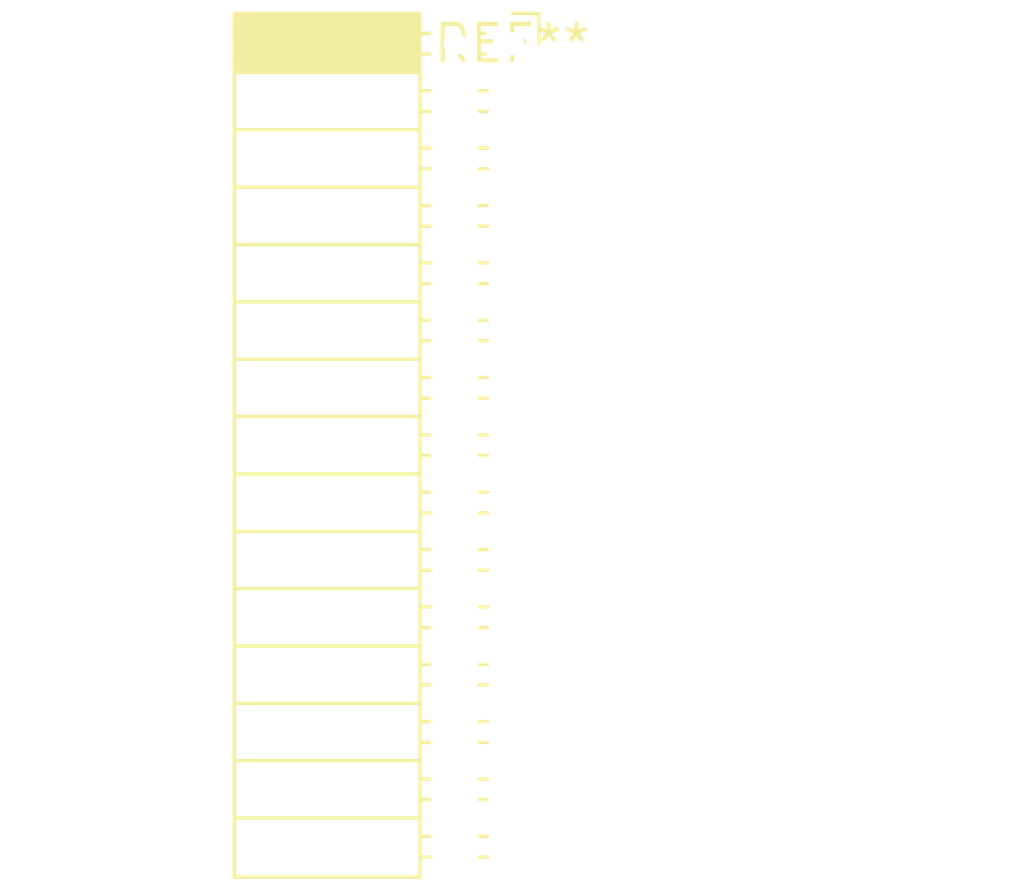
<source format=kicad_pcb>
(kicad_pcb (version 20240108) (generator pcbnew)
  (layers (0 "F.Cu" signal) (31 "B.Cu" signal) (34 "B.Paste" user) (35 "F.Paste" user) (36 "B.SilkS" user "B.Silkscreen") (37 "F.SilkS" user "F.Silkscreen") (38 "B.Mask" user) (39 "F.Mask" user) (44 "Edge.Cuts" user))
  (net 0 "")
  (footprint "PinSocket_2x15_P2.00mm_Horizontal" (layer "F.Cu") (at 0 0)
    (property "Reference" "REF**")
    (property "Value" "PinSocket_2x15_P2.00mm_Horizontal")
    (fp_line (start -9.68 -1.06) (end -9.68 29.06) (layer "F.SilkS") (stroke (width 0.12)))
    (fp_line (start -9.68 -1.06) (end -3.21 -1.06) (layer "F.SilkS") (stroke (width 0.12)))
    (fp_line (start -9.68 -0.94) (end -3.21 -0.94) (layer "F.SilkS") (stroke (width 0.12)))
    (fp_line (start -9.68 -0.825882) (end -3.21 -0.825882) (layer "F.SilkS") (stroke (width 0.12)))
    (fp_line (start -9.68 -0.711764) (end -3.21 -0.711764) (layer "F.SilkS") (stroke (width 0.12)))
    (fp_line (start -9.68 -0.597646) (end -3.21 -0.597646) (layer "F.SilkS") (stroke (width 0.12)))
    (fp_line (start -9.68 -0.483528) (end -3.21 -0.483528) (layer "F.SilkS") (stroke (width 0.12)))
    (fp_line (start -9.68 -0.36941) (end -3.21 -0.36941) (layer "F.SilkS") (stroke (width 0.12)))
    (fp_line (start -9.68 -0.255292) (end -3.21 -0.255292) (layer "F.SilkS") (stroke (width 0.12)))
    (fp_line (start -9.68 -0.141174) (end -3.21 -0.141174) (layer "F.SilkS") (stroke (width 0.12)))
    (fp_line (start -9.68 -0.027056) (end -3.21 -0.027056) (layer "F.SilkS") (stroke (width 0.12)))
    (fp_line (start -9.68 0.087062) (end -3.21 0.087062) (layer "F.SilkS") (stroke (width 0.12)))
    (fp_line (start -9.68 0.20118) (end -3.21 0.20118) (layer "F.SilkS") (stroke (width 0.12)))
    (fp_line (start -9.68 0.315298) (end -3.21 0.315298) (layer "F.SilkS") (stroke (width 0.12)))
    (fp_line (start -9.68 0.429416) (end -3.21 0.429416) (layer "F.SilkS") (stroke (width 0.12)))
    (fp_line (start -9.68 0.543534) (end -3.21 0.543534) (layer "F.SilkS") (stroke (width 0.12)))
    (fp_line (start -9.68 0.657652) (end -3.21 0.657652) (layer "F.SilkS") (stroke (width 0.12)))
    (fp_line (start -9.68 0.77177) (end -3.21 0.77177) (layer "F.SilkS") (stroke (width 0.12)))
    (fp_line (start -9.68 0.885888) (end -3.21 0.885888) (layer "F.SilkS") (stroke (width 0.12)))
    (fp_line (start -9.68 1) (end -3.21 1) (layer "F.SilkS") (stroke (width 0.12)))
    (fp_line (start -9.68 3) (end -3.21 3) (layer "F.SilkS") (stroke (width 0.12)))
    (fp_line (start -9.68 5) (end -3.21 5) (layer "F.SilkS") (stroke (width 0.12)))
    (fp_line (start -9.68 7) (end -3.21 7) (layer "F.SilkS") (stroke (width 0.12)))
    (fp_line (start -9.68 9) (end -3.21 9) (layer "F.SilkS") (stroke (width 0.12)))
    (fp_line (start -9.68 11) (end -3.21 11) (layer "F.SilkS") (stroke (width 0.12)))
    (fp_line (start -9.68 13) (end -3.21 13) (layer "F.SilkS") (stroke (width 0.12)))
    (fp_line (start -9.68 15) (end -3.21 15) (layer "F.SilkS") (stroke (width 0.12)))
    (fp_line (start -9.68 17) (end -3.21 17) (layer "F.SilkS") (stroke (width 0.12)))
    (fp_line (start -9.68 19) (end -3.21 19) (layer "F.SilkS") (stroke (width 0.12)))
    (fp_line (start -9.68 21) (end -3.21 21) (layer "F.SilkS") (stroke (width 0.12)))
    (fp_line (start -9.68 23) (end -3.21 23) (layer "F.SilkS") (stroke (width 0.12)))
    (fp_line (start -9.68 25) (end -3.21 25) (layer "F.SilkS") (stroke (width 0.12)))
    (fp_line (start -9.68 27) (end -3.21 27) (layer "F.SilkS") (stroke (width 0.12)))
    (fp_line (start -9.68 29.06) (end -3.21 29.06) (layer "F.SilkS") (stroke (width 0.12)))
    (fp_line (start -3.21 -1.06) (end -3.21 29.06) (layer "F.SilkS") (stroke (width 0.12)))
    (fp_line (start -3.21 -0.36) (end -2.862917 -0.36) (layer "F.SilkS") (stroke (width 0.12)))
    (fp_line (start -3.21 0.36) (end -2.862917 0.36) (layer "F.SilkS") (stroke (width 0.12)))
    (fp_line (start -3.21 1.64) (end -2.862917 1.64) (layer "F.SilkS") (stroke (width 0.12)))
    (fp_line (start -3.21 2.36) (end -2.862917 2.36) (layer "F.SilkS") (stroke (width 0.12)))
    (fp_line (start -3.21 3.64) (end -2.862917 3.64) (layer "F.SilkS") (stroke (width 0.12)))
    (fp_line (start -3.21 4.36) (end -2.862917 4.36) (layer "F.SilkS") (stroke (width 0.12)))
    (fp_line (start -3.21 5.64) (end -2.862917 5.64) (layer "F.SilkS") (stroke (width 0.12)))
    (fp_line (start -3.21 6.36) (end -2.862917 6.36) (layer "F.SilkS") (stroke (width 0.12)))
    (fp_line (start -3.21 7.64) (end -2.862917 7.64) (layer "F.SilkS") (stroke (width 0.12)))
    (fp_line (start -3.21 8.36) (end -2.862917 8.36) (layer "F.SilkS") (stroke (width 0.12)))
    (fp_line (start -3.21 9.64) (end -2.862917 9.64) (layer "F.SilkS") (stroke (width 0.12)))
    (fp_line (start -3.21 10.36) (end -2.862917 10.36) (layer "F.SilkS") (stroke (width 0.12)))
    (fp_line (start -3.21 11.64) (end -2.862917 11.64) (layer "F.SilkS") (stroke (width 0.12)))
    (fp_line (start -3.21 12.36) (end -2.862917 12.36) (layer "F.SilkS") (stroke (width 0.12)))
    (fp_line (start -3.21 13.64) (end -2.862917 13.64) (layer "F.SilkS") (stroke (width 0.12)))
    (fp_line (start -3.21 14.36) (end -2.862917 14.36) (layer "F.SilkS") (stroke (width 0.12)))
    (fp_line (start -3.21 15.64) (end -2.862917 15.64) (layer "F.SilkS") (stroke (width 0.12)))
    (fp_line (start -3.21 16.36) (end -2.862917 16.36) (layer "F.SilkS") (stroke (width 0.12)))
    (fp_line (start -3.21 17.64) (end -2.862917 17.64) (layer "F.SilkS") (stroke (width 0.12)))
    (fp_line (start -3.21 18.36) (end -2.862917 18.36) (layer "F.SilkS") (stroke (width 0.12)))
    (fp_line (start -3.21 19.64) (end -2.862917 19.64) (layer "F.SilkS") (stroke (width 0.12)))
    (fp_line (start -3.21 20.36) (end -2.862917 20.36) (layer "F.SilkS") (stroke (width 0.12)))
    (fp_line (start -3.21 21.64) (end -2.862917 21.64) (layer "F.SilkS") (stroke (width 0.12)))
    (fp_line (start -3.21 22.36) (end -2.862917 22.36) (layer "F.SilkS") (stroke (width 0.12)))
    (fp_line (start -3.21 23.64) (end -2.862917 23.64) (layer "F.SilkS") (stroke (width 0.12)))
    (fp_line (start -3.21 24.36) (end -2.862917 24.36) (layer "F.SilkS") (stroke (width 0.12)))
    (fp_line (start -3.21 25.64) (end -2.862917 25.64) (layer "F.SilkS") (stroke (width 0.12)))
    (fp_line (start -3.21 26.36) (end -2.862917 26.36) (layer "F.SilkS") (stroke (width 0.12)))
    (fp_line (start -3.21 27.64) (end -2.862917 27.64) (layer "F.SilkS") (stroke (width 0.12)))
    (fp_line (start -3.21 28.36) (end -2.862917 28.36) (layer "F.SilkS") (stroke (width 0.12)))
    (fp_line (start -1.137083 -0.36) (end -0.935 -0.36) (layer "F.SilkS") (stroke (width 0.12)))
    (fp_line (start -1.137083 0.36) (end -0.935 0.36) (layer "F.SilkS") (stroke (width 0.12)))
    (fp_line (start -1.137083 1.64) (end -0.862917 1.64) (layer "F.SilkS") (stroke (width 0.12)))
    (fp_line (start -1.137083 2.36) (end -0.862917 2.36) (layer "F.SilkS") (stroke (width 0.12)))
    (fp_line (start -1.137083 3.64) (end -0.862917 3.64) (layer "F.SilkS") (stroke (width 0.12)))
    (fp_line (start -1.137083 4.36) (end -0.862917 4.36) (layer "F.SilkS") (stroke (width 0.12)))
    (fp_line (start -1.137083 5.64) (end -0.862917 5.64) (layer "F.SilkS") (stroke (width 0.12)))
    (fp_line (start -1.137083 6.36) (end -0.862917 6.36) (layer "F.SilkS") (stroke (width 0.12)))
    (fp_line (start -1.137083 7.64) (end -0.862917 7.64) (layer "F.SilkS") (stroke (width 0.12)))
    (fp_line (start -1.137083 8.36) (end -0.862917 8.36) (layer "F.SilkS") (stroke (width 0.12)))
    (fp_line (start -1.137083 9.64) (end -0.862917 9.64) (layer "F.SilkS") (stroke (width 0.12)))
    (fp_line (start -1.137083 10.36) (end -0.862917 10.36) (layer "F.SilkS") (stroke (width 0.12)))
    (fp_line (start -1.137083 11.64) (end -0.862917 11.64) (layer "F.SilkS") (stroke (width 0.12)))
    (fp_line (start -1.137083 12.36) (end -0.862917 12.36) (layer "F.SilkS") (stroke (width 0.12)))
    (fp_line (start -1.137083 13.64) (end -0.862917 13.64) (layer "F.SilkS") (stroke (width 0.12)))
    (fp_line (start -1.137083 14.36) (end -0.862917 14.36) (layer "F.SilkS") (stroke (width 0.12)))
    (fp_line (start -1.137083 15.64) (end -0.862917 15.64) (layer "F.SilkS") (stroke (width 0.12)))
    (fp_line (start -1.137083 16.36) (end -0.862917 16.36) (layer "F.SilkS") (stroke (width 0.12)))
    (fp_line (start -1.137083 17.64) (end -0.862917 17.64) (layer "F.SilkS") (stroke (width 0.12)))
    (fp_line (start -1.137083 18.36) (end -0.862917 18.36) (layer "F.SilkS") (stroke (width 0.12)))
    (fp_line (start -1.137083 19.64) (end -0.862917 19.64) (layer "F.SilkS") (stroke (width 0.12)))
    (fp_line (start -1.137083 20.36) (end -0.862917 20.36) (layer "F.SilkS") (stroke (width 0.12)))
    (fp_line (start -1.137083 21.64) (end -0.862917 21.64) (layer "F.SilkS") (stroke (width 0.12)))
    (fp_line (start -1.137083 22.36) (end -0.862917 22.36) (layer "F.SilkS") (stroke (width 0.12)))
    (fp_line (start -1.137083 23.64) (end -0.862917 23.64) (layer "F.SilkS") (stroke (width 0.12)))
    (fp_line (start -1.137083 24.36) (end -0.862917 24.36) (layer "F.SilkS") (stroke (width 0.12)))
    (fp_line (start -1.137083 25.64) (end -0.862917 25.64) (layer "F.SilkS") (stroke (width 0.12)))
    (fp_line (start -1.137083 26.36) (end -0.862917 26.36) (layer "F.SilkS") (stroke (width 0.12)))
    (fp_line (start -1.137083 27.64) (end -0.862917 27.64) (layer "F.SilkS") (stroke (width 0.12)))
    (fp_line (start -1.137083 28.36) (end -0.862917 28.36) (layer "F.SilkS") (stroke (width 0.12)))
    (fp_line (start 0 -1.06) (end 0.935 -1.06) (layer "F.SilkS") (stroke (width 0.12)))
    (fp_line (start 0.935 -1.06) (end 0.935 0) (layer "F.SilkS") (stroke (width 0.12)))
    (pad "1" thru_hole rect (at 0 0) (size 1.35 1.35) (drill 0.8) (layers *.Cu *.Mask) (remove_unused_layers))
    (pad "2" thru_hole oval (at -2 0) (size 1.35 1.35) (drill 0.8) (layers *.Cu *.Mask) (remove_unused_layers))
    (pad "3" thru_hole oval (at 0 2) (size 1.35 1.35) (drill 0.8) (layers *.Cu *.Mask) (remove_unused_layers))
    (pad "4" thru_hole oval (at -2 2) (size 1.35 1.35) (drill 0.8) (layers *.Cu *.Mask) (remove_unused_layers))
    (pad "5" thru_hole oval (at 0 4) (size 1.35 1.35) (drill 0.8) (layers *.Cu *.Mask) (remove_unused_layers))
    (pad "6" thru_hole oval (at -2 4) (size 1.35 1.35) (drill 0.8) (layers *.Cu *.Mask) (remove_unused_layers))
    (pad "7" thru_hole oval (at 0 6) (size 1.35 1.35) (drill 0.8) (layers *.Cu *.Mask) (remove_unused_layers))
    (pad "8" thru_hole oval (at -2 6) (size 1.35 1.35) (drill 0.8) (layers *.Cu *.Mask) (remove_unused_layers))
    (pad "9" thru_hole oval (at 0 8) (size 1.35 1.35) (drill 0.8) (layers *.Cu *.Mask) (remove_unused_layers))
    (pad "10" thru_hole oval (at -2 8) (size 1.35 1.35) (drill 0.8) (layers *.Cu *.Mask) (remove_unused_layers))
    (pad "11" thru_hole oval (at 0 10) (size 1.35 1.35) (drill 0.8) (layers *.Cu *.Mask) (remove_unused_layers))
    (pad "12" thru_hole oval (at -2 10) (size 1.35 1.35) (drill 0.8) (layers *.Cu *.Mask) (remove_unused_layers))
    (pad "13" thru_hole oval (at 0 12) (size 1.35 1.35) (drill 0.8) (layers *.Cu *.Mask) (remove_unused_layers))
    (pad "14" thru_hole oval (at -2 12) (size 1.35 1.35) (drill 0.8) (layers *.Cu *.Mask) (remove_unused_layers))
    (pad "15" thru_hole oval (at 0 14) (size 1.35 1.35) (drill 0.8) (layers *.Cu *.Mask) (remove_unused_layers))
    (pad "16" thru_hole oval (at -2 14) (size 1.35 1.35) (drill 0.8) (layers *.Cu *.Mask) (remove_unused_layers))
    (pad "17" thru_hole oval (at 0 16) (size 1.35 1.35) (drill 0.8) (layers *.Cu *.Mask) (remove_unused_layers))
    (pad "18" thru_hole oval (at -2 16) (size 1.35 1.35) (drill 0.8) (layers *.Cu *.Mask) (remove_unused_layers))
    (pad "19" thru_hole oval (at 0 18) (size 1.35 1.35) (drill 0.8) (layers *.Cu *.Mask) (remove_unused_layers))
    (pad "20" thru_hole oval (at -2 18) (size 1.35 1.35) (drill 0.8) (layers *.Cu *.Mask) (remove_unused_layers))
    (pad "21" thru_hole oval (at 0 20) (size 1.35 1.35) (drill 0.8) (layers *.Cu *.Mask) (remove_unused_layers))
    (pad "22" thru_hole oval (at -2 20) (size 1.35 1.35) (drill 0.8) (layers *.Cu *.Mask) (remove_unused_layers))
    (pad "23" thru_hole oval (at 0 22) (size 1.35 1.35) (drill 0.8) (layers *.Cu *.Mask) (remove_unused_layers))
    (pad "24" thru_hole oval (at -2 22) (size 1.35 1.35) (drill 0.8) (layers *.Cu *.Mask) (remove_unused_layers))
    (pad "25" thru_hole oval (at 0 24) (size 1.35 1.35) (drill 0.8) (layers *.Cu *.Mask) (remove_unused_layers))
    (pad "26" thru_hole oval (at -2 24) (size 1.35 1.35) (drill 0.8) (layers *.Cu *.Mask) (remove_unused_layers))
    (pad "27" thru_hole oval (at 0 26) (size 1.35 1.35) (drill 0.8) (layers *.Cu *.Mask) (remove_unused_layers))
    (pad "28" thru_hole oval (at -2 26) (size 1.35 1.35) (drill 0.8) (layers *.Cu *.Mask) (remove_unused_layers))
    (pad "29" thru_hole oval (at 0 28) (size 1.35 1.35) (drill 0.8) (layers *.Cu *.Mask) (remove_unused_layers))
    (pad "30" thru_hole oval (at -2 28) (size 1.35 1.35) (drill 0.8) (layers *.Cu *.Mask) (remove_unused_layers))
  )
)
</source>
